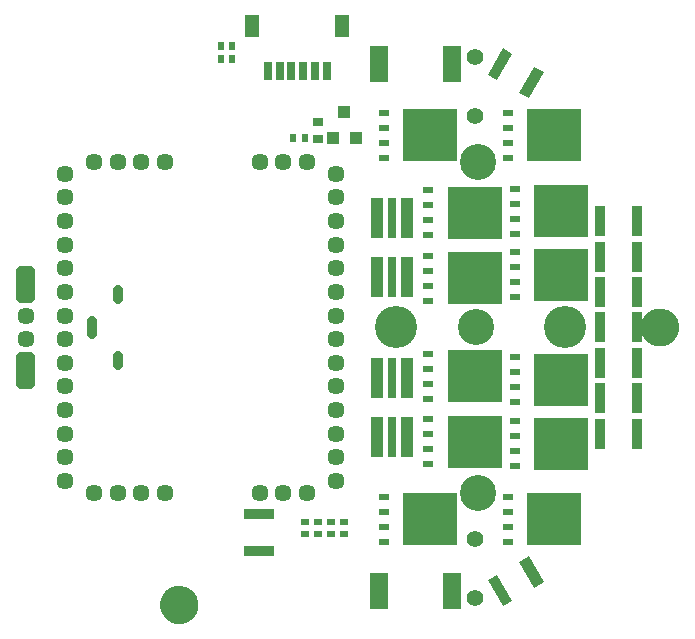
<source format=gbr>
G04 EAGLE Gerber RS-274X export*
G75*
%MOMM*%
%FSLAX34Y34*%
%LPD*%
%AMOC8*
5,1,8,0,0,1.08239X$1,22.5*%
G01*
%ADD10R,0.900800X0.550800*%
%ADD11R,4.600800X4.460800*%
%ADD12C,3.050800*%
%ADD13R,1.050800X3.450800*%
%ADD14R,0.650800X3.450800*%
%ADD15R,1.050800X1.050800*%
%ADD16R,0.550800X0.650800*%
%ADD17R,0.650800X0.550800*%
%ADD18R,0.950800X2.550800*%
%ADD19C,3.566800*%
%ADD20C,1.450800*%
%ADD21C,1.400800*%
%ADD22R,1.650800X3.150800*%
%ADD23C,0.850800*%
%ADD24C,2.184400*%
%ADD25C,1.066800*%
%ADD26R,0.650800X1.600800*%
%ADD27R,1.250800X1.850800*%
%ADD28C,0.806416*%
%ADD29R,2.550800X0.950800*%
%ADD30R,0.950800X0.650800*%


D10*
X76000Y116050D03*
X76000Y103350D03*
X76000Y90650D03*
X76000Y77950D03*
D11*
X115500Y97000D03*
D10*
X143000Y181550D03*
X143000Y168850D03*
X143000Y156150D03*
X143000Y143450D03*
D11*
X182500Y162500D03*
D12*
X118000Y140000D03*
D13*
X58000Y92500D03*
D14*
X45000Y92500D03*
D13*
X32000Y92500D03*
X58000Y42500D03*
D14*
X45000Y42500D03*
D13*
X32000Y42500D03*
D15*
X4750Y182000D03*
X14250Y160000D03*
X-4750Y160000D03*
D16*
X-28500Y160250D03*
X-38500Y160250D03*
D10*
X149000Y117550D03*
X149000Y104850D03*
X149000Y92150D03*
X149000Y79450D03*
D11*
X188500Y98500D03*
D10*
X38000Y181550D03*
X38000Y168850D03*
X38000Y156150D03*
X38000Y143450D03*
D11*
X77500Y162500D03*
D10*
X38000Y-143450D03*
X38000Y-156150D03*
X38000Y-168850D03*
X38000Y-181550D03*
D11*
X77500Y-162500D03*
D10*
X143000Y-143450D03*
X143000Y-156150D03*
X143000Y-168850D03*
X143000Y-181550D03*
D11*
X182500Y-162500D03*
D12*
X118000Y-140000D03*
D13*
X32000Y-92500D03*
D14*
X45000Y-92500D03*
D13*
X58000Y-92500D03*
X32000Y-42500D03*
D14*
X45000Y-42500D03*
D13*
X58000Y-42500D03*
D17*
X-17500Y-165000D03*
X-17500Y-175000D03*
X4500Y-165000D03*
X4500Y-175000D03*
D10*
X149000Y-79450D03*
X149000Y-92150D03*
X149000Y-104850D03*
X149000Y-117550D03*
D11*
X188500Y-98500D03*
D17*
X-28500Y-165000D03*
X-28500Y-175000D03*
D10*
X76000Y-77950D03*
X76000Y-90650D03*
X76000Y-103350D03*
X76000Y-116050D03*
D11*
X115500Y-97000D03*
D17*
X-6500Y-165000D03*
X-6500Y-175000D03*
D10*
X76000Y-22450D03*
X76000Y-35150D03*
X76000Y-47850D03*
X76000Y-60550D03*
D11*
X115500Y-41500D03*
D10*
X149000Y-25450D03*
X149000Y-38150D03*
X149000Y-50850D03*
X149000Y-63550D03*
D11*
X188500Y-44500D03*
D12*
X116000Y0D03*
D10*
X149000Y63550D03*
X149000Y50850D03*
X149000Y38150D03*
X149000Y25450D03*
D11*
X188500Y44500D03*
D10*
X76000Y60550D03*
X76000Y47850D03*
X76000Y35150D03*
X76000Y22450D03*
D11*
X115500Y41500D03*
D18*
G36*
X147071Y-231418D02*
X138836Y-236172D01*
X126083Y-214082D01*
X134318Y-209328D01*
X147071Y-231418D01*
G37*
G36*
X173917Y-215918D02*
X165682Y-220672D01*
X152929Y-198582D01*
X161164Y-193828D01*
X173917Y-215918D01*
G37*
X252500Y30000D03*
X221500Y30000D03*
X252500Y-90000D03*
X221500Y-90000D03*
X252500Y-30000D03*
X221500Y-30000D03*
X252500Y0D03*
X221500Y0D03*
X252500Y-60000D03*
X221500Y-60000D03*
X252500Y60000D03*
X221500Y60000D03*
G36*
X134318Y209328D02*
X126083Y214082D01*
X138836Y236172D01*
X147071Y231418D01*
X134318Y209328D01*
G37*
G36*
X161164Y193828D02*
X152929Y198582D01*
X165682Y220672D01*
X173917Y215918D01*
X161164Y193828D01*
G37*
X252500Y90000D03*
X221500Y90000D03*
D19*
X48250Y0D03*
X191500Y0D03*
D20*
X-27000Y-140000D03*
X-47000Y-140000D03*
X-67000Y-140000D03*
X-2000Y-70000D03*
X-2000Y-90000D03*
X-2000Y-110000D03*
X-2000Y-130000D03*
X-2000Y-50000D03*
X-2000Y-30000D03*
X-2000Y-10000D03*
X-2000Y10000D03*
X-2000Y30000D03*
X-2000Y50000D03*
X-2000Y70000D03*
X-2000Y90000D03*
X-2000Y110000D03*
X-2000Y130000D03*
X-27000Y140000D03*
X-47000Y140000D03*
X-67000Y140000D03*
X-147000Y140000D03*
X-167000Y140000D03*
X-187000Y140000D03*
X-207000Y140000D03*
X-232000Y130000D03*
X-232000Y110000D03*
X-232000Y90000D03*
X-232000Y70000D03*
X-232000Y50000D03*
X-232000Y30000D03*
X-232000Y10000D03*
X-232000Y-10000D03*
X-232000Y-30000D03*
X-232000Y-50000D03*
X-232000Y-70000D03*
X-232000Y-90000D03*
X-232000Y-110000D03*
X-232000Y-130000D03*
X-207000Y-140000D03*
X-187000Y-140000D03*
X-167000Y-140000D03*
X-147000Y-140000D03*
D21*
X115000Y179000D03*
X115000Y229000D03*
X115000Y-179000D03*
X115000Y-229000D03*
D22*
X34500Y-223000D03*
X95500Y-223000D03*
D23*
X-187000Y-32000D02*
X-187000Y-24000D01*
X-187000Y24000D02*
X-187000Y32000D01*
X-208500Y5500D02*
X-208500Y-5500D01*
D24*
X267000Y0D02*
X267002Y141D01*
X267008Y282D01*
X267018Y422D01*
X267032Y562D01*
X267050Y702D01*
X267071Y841D01*
X267097Y980D01*
X267126Y1118D01*
X267160Y1254D01*
X267197Y1390D01*
X267238Y1525D01*
X267283Y1659D01*
X267332Y1791D01*
X267384Y1922D01*
X267440Y2051D01*
X267500Y2178D01*
X267563Y2304D01*
X267629Y2428D01*
X267700Y2551D01*
X267773Y2671D01*
X267850Y2789D01*
X267930Y2905D01*
X268014Y3018D01*
X268100Y3129D01*
X268190Y3238D01*
X268283Y3344D01*
X268378Y3447D01*
X268477Y3548D01*
X268578Y3646D01*
X268682Y3741D01*
X268789Y3833D01*
X268898Y3922D01*
X269010Y4007D01*
X269124Y4090D01*
X269240Y4170D01*
X269359Y4246D01*
X269480Y4318D01*
X269602Y4388D01*
X269727Y4453D01*
X269853Y4516D01*
X269981Y4574D01*
X270111Y4629D01*
X270242Y4681D01*
X270375Y4728D01*
X270509Y4772D01*
X270644Y4813D01*
X270780Y4849D01*
X270917Y4881D01*
X271055Y4910D01*
X271193Y4935D01*
X271333Y4955D01*
X271473Y4972D01*
X271613Y4985D01*
X271754Y4994D01*
X271894Y4999D01*
X272035Y5000D01*
X272176Y4997D01*
X272317Y4990D01*
X272457Y4979D01*
X272597Y4964D01*
X272737Y4945D01*
X272876Y4923D01*
X273014Y4896D01*
X273152Y4866D01*
X273288Y4831D01*
X273424Y4793D01*
X273558Y4751D01*
X273692Y4705D01*
X273824Y4656D01*
X273954Y4602D01*
X274083Y4545D01*
X274210Y4485D01*
X274336Y4421D01*
X274459Y4353D01*
X274581Y4282D01*
X274701Y4208D01*
X274818Y4130D01*
X274933Y4049D01*
X275046Y3965D01*
X275157Y3878D01*
X275265Y3787D01*
X275370Y3694D01*
X275473Y3597D01*
X275573Y3498D01*
X275670Y3396D01*
X275764Y3291D01*
X275855Y3184D01*
X275943Y3074D01*
X276028Y2962D01*
X276110Y2847D01*
X276189Y2730D01*
X276264Y2611D01*
X276336Y2490D01*
X276404Y2367D01*
X276469Y2242D01*
X276531Y2115D01*
X276588Y1986D01*
X276643Y1856D01*
X276693Y1725D01*
X276740Y1592D01*
X276783Y1458D01*
X276822Y1322D01*
X276857Y1186D01*
X276889Y1049D01*
X276916Y911D01*
X276940Y772D01*
X276960Y632D01*
X276976Y492D01*
X276988Y352D01*
X276996Y211D01*
X277000Y70D01*
X277000Y-70D01*
X276996Y-211D01*
X276988Y-352D01*
X276976Y-492D01*
X276960Y-632D01*
X276940Y-772D01*
X276916Y-911D01*
X276889Y-1049D01*
X276857Y-1186D01*
X276822Y-1322D01*
X276783Y-1458D01*
X276740Y-1592D01*
X276693Y-1725D01*
X276643Y-1856D01*
X276588Y-1986D01*
X276531Y-2115D01*
X276469Y-2242D01*
X276404Y-2367D01*
X276336Y-2490D01*
X276264Y-2611D01*
X276189Y-2730D01*
X276110Y-2847D01*
X276028Y-2962D01*
X275943Y-3074D01*
X275855Y-3184D01*
X275764Y-3291D01*
X275670Y-3396D01*
X275573Y-3498D01*
X275473Y-3597D01*
X275370Y-3694D01*
X275265Y-3787D01*
X275157Y-3878D01*
X275046Y-3965D01*
X274933Y-4049D01*
X274818Y-4130D01*
X274701Y-4208D01*
X274581Y-4282D01*
X274459Y-4353D01*
X274336Y-4421D01*
X274210Y-4485D01*
X274083Y-4545D01*
X273954Y-4602D01*
X273824Y-4656D01*
X273692Y-4705D01*
X273558Y-4751D01*
X273424Y-4793D01*
X273288Y-4831D01*
X273152Y-4866D01*
X273014Y-4896D01*
X272876Y-4923D01*
X272737Y-4945D01*
X272597Y-4964D01*
X272457Y-4979D01*
X272317Y-4990D01*
X272176Y-4997D01*
X272035Y-5000D01*
X271894Y-4999D01*
X271754Y-4994D01*
X271613Y-4985D01*
X271473Y-4972D01*
X271333Y-4955D01*
X271193Y-4935D01*
X271055Y-4910D01*
X270917Y-4881D01*
X270780Y-4849D01*
X270644Y-4813D01*
X270509Y-4772D01*
X270375Y-4728D01*
X270242Y-4681D01*
X270111Y-4629D01*
X269981Y-4574D01*
X269853Y-4516D01*
X269727Y-4453D01*
X269602Y-4388D01*
X269480Y-4318D01*
X269359Y-4246D01*
X269240Y-4170D01*
X269124Y-4090D01*
X269010Y-4007D01*
X268898Y-3922D01*
X268789Y-3833D01*
X268682Y-3741D01*
X268578Y-3646D01*
X268477Y-3548D01*
X268378Y-3447D01*
X268283Y-3344D01*
X268190Y-3238D01*
X268100Y-3129D01*
X268014Y-3018D01*
X267930Y-2905D01*
X267850Y-2789D01*
X267773Y-2671D01*
X267700Y-2551D01*
X267629Y-2428D01*
X267563Y-2304D01*
X267500Y-2178D01*
X267440Y-2051D01*
X267384Y-1922D01*
X267332Y-1791D01*
X267283Y-1659D01*
X267238Y-1525D01*
X267197Y-1390D01*
X267160Y-1254D01*
X267126Y-1118D01*
X267097Y-980D01*
X267071Y-841D01*
X267050Y-702D01*
X267032Y-562D01*
X267018Y-422D01*
X267008Y-282D01*
X267002Y-141D01*
X267000Y0D01*
D25*
X272000Y0D03*
D24*
X-140000Y-235000D02*
X-139998Y-234859D01*
X-139992Y-234718D01*
X-139982Y-234578D01*
X-139968Y-234438D01*
X-139950Y-234298D01*
X-139929Y-234159D01*
X-139903Y-234020D01*
X-139874Y-233882D01*
X-139840Y-233746D01*
X-139803Y-233610D01*
X-139762Y-233475D01*
X-139717Y-233341D01*
X-139668Y-233209D01*
X-139616Y-233078D01*
X-139560Y-232949D01*
X-139500Y-232822D01*
X-139437Y-232696D01*
X-139371Y-232572D01*
X-139300Y-232449D01*
X-139227Y-232329D01*
X-139150Y-232211D01*
X-139070Y-232095D01*
X-138986Y-231982D01*
X-138900Y-231871D01*
X-138810Y-231762D01*
X-138717Y-231656D01*
X-138622Y-231553D01*
X-138523Y-231452D01*
X-138422Y-231354D01*
X-138318Y-231259D01*
X-138211Y-231167D01*
X-138102Y-231078D01*
X-137990Y-230993D01*
X-137876Y-230910D01*
X-137760Y-230830D01*
X-137641Y-230754D01*
X-137520Y-230682D01*
X-137398Y-230612D01*
X-137273Y-230547D01*
X-137147Y-230484D01*
X-137019Y-230426D01*
X-136889Y-230371D01*
X-136758Y-230319D01*
X-136625Y-230272D01*
X-136491Y-230228D01*
X-136356Y-230187D01*
X-136220Y-230151D01*
X-136083Y-230119D01*
X-135945Y-230090D01*
X-135807Y-230065D01*
X-135667Y-230045D01*
X-135527Y-230028D01*
X-135387Y-230015D01*
X-135246Y-230006D01*
X-135106Y-230001D01*
X-134965Y-230000D01*
X-134824Y-230003D01*
X-134683Y-230010D01*
X-134543Y-230021D01*
X-134403Y-230036D01*
X-134263Y-230055D01*
X-134124Y-230077D01*
X-133986Y-230104D01*
X-133848Y-230134D01*
X-133712Y-230169D01*
X-133576Y-230207D01*
X-133442Y-230249D01*
X-133308Y-230295D01*
X-133176Y-230344D01*
X-133046Y-230398D01*
X-132917Y-230455D01*
X-132790Y-230515D01*
X-132664Y-230579D01*
X-132541Y-230647D01*
X-132419Y-230718D01*
X-132299Y-230792D01*
X-132182Y-230870D01*
X-132067Y-230951D01*
X-131954Y-231035D01*
X-131843Y-231122D01*
X-131735Y-231213D01*
X-131630Y-231306D01*
X-131527Y-231403D01*
X-131427Y-231502D01*
X-131330Y-231604D01*
X-131236Y-231709D01*
X-131145Y-231816D01*
X-131057Y-231926D01*
X-130972Y-232038D01*
X-130890Y-232153D01*
X-130811Y-232270D01*
X-130736Y-232389D01*
X-130664Y-232510D01*
X-130596Y-232633D01*
X-130531Y-232758D01*
X-130469Y-232885D01*
X-130412Y-233014D01*
X-130357Y-233144D01*
X-130307Y-233275D01*
X-130260Y-233408D01*
X-130217Y-233542D01*
X-130178Y-233678D01*
X-130143Y-233814D01*
X-130111Y-233951D01*
X-130084Y-234089D01*
X-130060Y-234228D01*
X-130040Y-234368D01*
X-130024Y-234508D01*
X-130012Y-234648D01*
X-130004Y-234789D01*
X-130000Y-234930D01*
X-130000Y-235070D01*
X-130004Y-235211D01*
X-130012Y-235352D01*
X-130024Y-235492D01*
X-130040Y-235632D01*
X-130060Y-235772D01*
X-130084Y-235911D01*
X-130111Y-236049D01*
X-130143Y-236186D01*
X-130178Y-236322D01*
X-130217Y-236458D01*
X-130260Y-236592D01*
X-130307Y-236725D01*
X-130357Y-236856D01*
X-130412Y-236986D01*
X-130469Y-237115D01*
X-130531Y-237242D01*
X-130596Y-237367D01*
X-130664Y-237490D01*
X-130736Y-237611D01*
X-130811Y-237730D01*
X-130890Y-237847D01*
X-130972Y-237962D01*
X-131057Y-238074D01*
X-131145Y-238184D01*
X-131236Y-238291D01*
X-131330Y-238396D01*
X-131427Y-238498D01*
X-131527Y-238597D01*
X-131630Y-238694D01*
X-131735Y-238787D01*
X-131843Y-238878D01*
X-131954Y-238965D01*
X-132067Y-239049D01*
X-132182Y-239130D01*
X-132299Y-239208D01*
X-132419Y-239282D01*
X-132541Y-239353D01*
X-132664Y-239421D01*
X-132790Y-239485D01*
X-132917Y-239545D01*
X-133046Y-239602D01*
X-133176Y-239656D01*
X-133308Y-239705D01*
X-133442Y-239751D01*
X-133576Y-239793D01*
X-133712Y-239831D01*
X-133848Y-239866D01*
X-133986Y-239896D01*
X-134124Y-239923D01*
X-134263Y-239945D01*
X-134403Y-239964D01*
X-134543Y-239979D01*
X-134683Y-239990D01*
X-134824Y-239997D01*
X-134965Y-240000D01*
X-135106Y-239999D01*
X-135246Y-239994D01*
X-135387Y-239985D01*
X-135527Y-239972D01*
X-135667Y-239955D01*
X-135807Y-239935D01*
X-135945Y-239910D01*
X-136083Y-239881D01*
X-136220Y-239849D01*
X-136356Y-239813D01*
X-136491Y-239772D01*
X-136625Y-239728D01*
X-136758Y-239681D01*
X-136889Y-239629D01*
X-137019Y-239574D01*
X-137147Y-239516D01*
X-137273Y-239453D01*
X-137398Y-239388D01*
X-137520Y-239318D01*
X-137641Y-239246D01*
X-137760Y-239170D01*
X-137876Y-239090D01*
X-137990Y-239007D01*
X-138102Y-238922D01*
X-138211Y-238833D01*
X-138318Y-238741D01*
X-138422Y-238646D01*
X-138523Y-238548D01*
X-138622Y-238447D01*
X-138717Y-238344D01*
X-138810Y-238238D01*
X-138900Y-238129D01*
X-138986Y-238018D01*
X-139070Y-237905D01*
X-139150Y-237789D01*
X-139227Y-237671D01*
X-139300Y-237551D01*
X-139371Y-237428D01*
X-139437Y-237304D01*
X-139500Y-237178D01*
X-139560Y-237051D01*
X-139616Y-236922D01*
X-139668Y-236791D01*
X-139717Y-236659D01*
X-139762Y-236525D01*
X-139803Y-236390D01*
X-139840Y-236254D01*
X-139874Y-236118D01*
X-139903Y-235980D01*
X-139929Y-235841D01*
X-139950Y-235702D01*
X-139968Y-235562D01*
X-139982Y-235422D01*
X-139992Y-235282D01*
X-139998Y-235141D01*
X-140000Y-235000D01*
D25*
X-135000Y-235000D03*
D22*
X34500Y223000D03*
X95500Y223000D03*
D16*
X-90000Y238500D03*
X-100000Y238500D03*
X-90000Y227500D03*
X-100000Y227500D03*
D26*
X-10000Y217000D03*
X-20000Y217000D03*
X-30000Y217000D03*
X-40000Y217000D03*
X-50000Y217000D03*
X-60000Y217000D03*
D27*
X3000Y255250D03*
X-73000Y255250D03*
D20*
X-265000Y-10000D03*
X-265000Y10000D03*
D28*
X-261278Y25278D02*
X-261278Y47722D01*
X-261278Y25278D02*
X-268722Y25278D01*
X-268722Y47722D01*
X-261278Y47722D01*
X-261278Y32939D02*
X-268722Y32939D01*
X-268722Y40600D02*
X-261278Y40600D01*
X-261278Y-25278D02*
X-261278Y-47722D01*
X-268722Y-47722D01*
X-268722Y-25278D01*
X-261278Y-25278D01*
X-261278Y-40061D02*
X-268722Y-40061D01*
X-268722Y-32400D02*
X-261278Y-32400D01*
D29*
X-67500Y-158000D03*
X-67500Y-189000D03*
D30*
X-17250Y174250D03*
X-17250Y159750D03*
M02*

</source>
